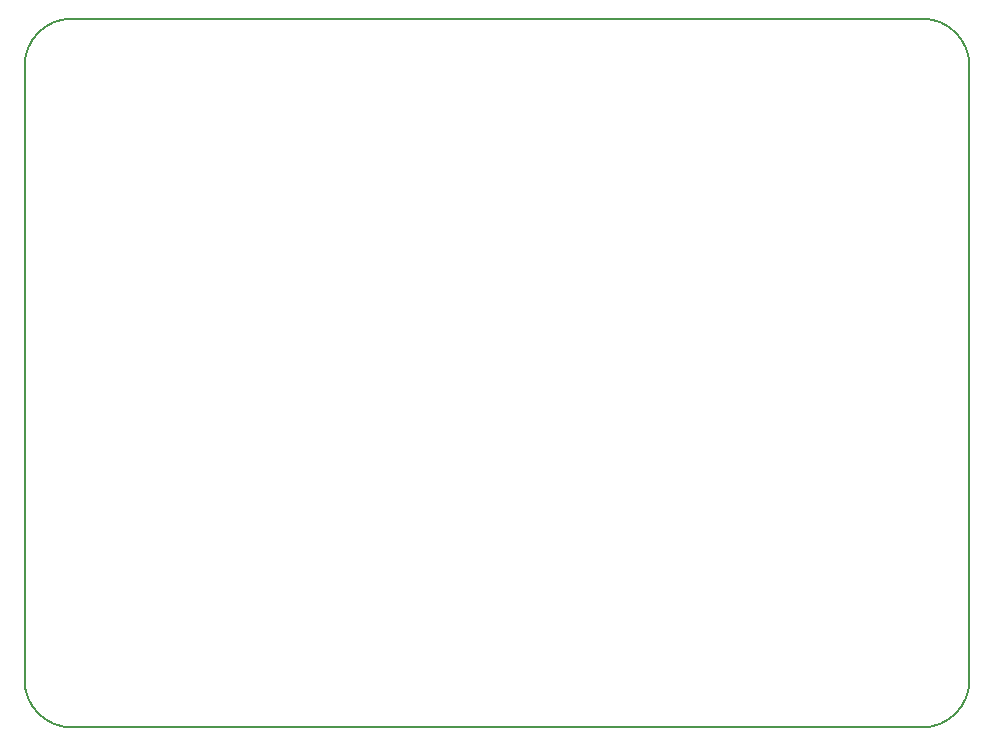
<source format=gbr>
G04 #@! TF.GenerationSoftware,KiCad,Pcbnew,5.1.5-1.fc31*
G04 #@! TF.CreationDate,2020-05-26T19:56:10+07:00*
G04 #@! TF.ProjectId,MP_SamBaseBoard_V1,4d505f53-616d-4426-9173-65426f617264,rev?*
G04 #@! TF.SameCoordinates,Original*
G04 #@! TF.FileFunction,Profile,NP*
%FSLAX45Y45*%
G04 Gerber Fmt 4.5, Leading zero omitted, Abs format (unit mm)*
G04 Created by KiCad (PCBNEW 5.1.5-1.fc31) date 2020-05-26 19:56:10*
%MOMM*%
%LPD*%
G04 APERTURE LIST*
%ADD10C,0.150000*%
G04 APERTURE END LIST*
D10*
X17375000Y-22275000D02*
X24575000Y-22275000D01*
X16975000Y-16675000D02*
G75*
G02X17375000Y-16275000I400000J0D01*
G01*
X24975000Y-21875000D02*
G75*
G02X24575000Y-22275000I-400000J0D01*
G01*
X17375000Y-22275000D02*
G75*
G02X16975000Y-21875000I0J400000D01*
G01*
X24575000Y-16275000D02*
G75*
G02X24975000Y-16675000I0J-400000D01*
G01*
X24975000Y-21875000D02*
X24975000Y-16675000D01*
X17375000Y-16275000D02*
X24575000Y-16275000D01*
X16975000Y-16675000D02*
X16975000Y-21875000D01*
M02*

</source>
